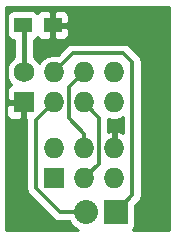
<source format=gtl>
G04 #@! TF.FileFunction,Copper,L1,Top,Signal*
%FSLAX46Y46*%
G04 Gerber Fmt 4.6, Leading zero omitted, Abs format (unit mm)*
G04 Created by KiCad (PCBNEW 4.0.1-stable) date 03/05/2016 22:29:02*
%MOMM*%
G01*
G04 APERTURE LIST*
%ADD10C,0.100000*%
%ADD11C,1.727200*%
%ADD12R,1.727200X1.727200*%
%ADD13O,1.727200X1.727200*%
%ADD14R,2.032000X2.032000*%
%ADD15O,2.032000X2.032000*%
%ADD16R,1.500000X1.250000*%
%ADD17C,0.304800*%
%ADD18C,0.406400*%
%ADD19C,0.254000*%
G04 APERTURE END LIST*
D10*
D11*
X158599200Y-93493800D03*
D12*
X158599200Y-96033800D03*
D13*
X161139200Y-93493800D03*
X161139200Y-96033800D03*
X163679200Y-93493800D03*
X163679200Y-96033800D03*
X166219200Y-93493800D03*
X166219200Y-96033800D03*
D12*
X161190000Y-102460000D03*
D13*
X161190000Y-99920000D03*
X163730000Y-102460000D03*
X163730000Y-99920000D03*
X166270000Y-102460000D03*
X166270000Y-99920000D03*
D14*
X166397000Y-105317500D03*
D15*
X163857000Y-105317500D03*
D16*
X158543000Y-89506000D03*
X161043000Y-89506000D03*
D17*
X158599200Y-96033800D02*
X157430800Y-96033800D01*
X157430800Y-96033800D02*
X157227599Y-95830599D01*
X157227599Y-95830599D02*
X157227599Y-88531999D01*
X157227599Y-88531999D02*
X157650598Y-88109000D01*
X157650598Y-88109000D02*
X160682000Y-88109000D01*
X160682000Y-88109000D02*
X161043000Y-88470000D01*
X161043000Y-88470000D02*
X161043000Y-89506000D01*
D18*
X158599200Y-93493800D02*
X158599200Y-90064800D01*
X158599200Y-90064800D02*
X158650000Y-90014000D01*
D17*
X163730000Y-102460000D02*
X164974601Y-101215399D01*
X164974601Y-101215399D02*
X164974601Y-97329201D01*
X164974601Y-97329201D02*
X164542799Y-96897399D01*
X164542799Y-96897399D02*
X163679200Y-96033800D01*
X163730000Y-99920000D02*
X163730000Y-98698686D01*
X163730000Y-98698686D02*
X162434599Y-97403285D01*
X162434599Y-97403285D02*
X162434599Y-94738401D01*
X162434599Y-94738401D02*
X162815601Y-94357399D01*
X162815601Y-94357399D02*
X163679200Y-93493800D01*
X166397000Y-105317500D02*
X167794000Y-103920500D01*
X167794000Y-103920500D02*
X167794000Y-92617500D01*
X167794000Y-92617500D02*
X167032000Y-91855500D01*
X167032000Y-91855500D02*
X162777500Y-91855500D01*
X162777500Y-91855500D02*
X162002799Y-92630201D01*
X162002799Y-92630201D02*
X161139200Y-93493800D01*
X163857000Y-105317500D02*
X161634498Y-105317500D01*
X161634498Y-105317500D02*
X159602500Y-103285502D01*
X159602500Y-103285502D02*
X159602500Y-97570500D01*
X159602500Y-97570500D02*
X160275601Y-96897399D01*
X160275601Y-96897399D02*
X161139200Y-96033800D01*
D19*
G36*
X170894000Y-106830000D02*
X167814074Y-106830000D01*
X167864441Y-106797590D01*
X168009431Y-106585390D01*
X168060440Y-106333500D01*
X168060440Y-104767612D01*
X168350776Y-104477276D01*
X168521463Y-104221825D01*
X168581400Y-103920500D01*
X168581400Y-92617500D01*
X168521463Y-92316175D01*
X168350776Y-92060724D01*
X167588776Y-91298724D01*
X167333325Y-91128037D01*
X167032000Y-91068100D01*
X162777500Y-91068100D01*
X162476175Y-91128037D01*
X162220724Y-91298724D01*
X161465235Y-92054213D01*
X161168559Y-91995200D01*
X161109841Y-91995200D01*
X160536352Y-92109274D01*
X160050171Y-92434130D01*
X159884988Y-92681344D01*
X159870392Y-92646020D01*
X159449197Y-92224090D01*
X159437400Y-92219191D01*
X159437400Y-90751269D01*
X159528317Y-90734162D01*
X159744441Y-90595090D01*
X159790969Y-90526994D01*
X159933302Y-90669327D01*
X160166691Y-90766000D01*
X160757250Y-90766000D01*
X160916000Y-90607250D01*
X160916000Y-89633000D01*
X161170000Y-89633000D01*
X161170000Y-90607250D01*
X161328750Y-90766000D01*
X161919309Y-90766000D01*
X162152698Y-90669327D01*
X162331327Y-90490699D01*
X162428000Y-90257310D01*
X162428000Y-89791750D01*
X162269250Y-89633000D01*
X161170000Y-89633000D01*
X160916000Y-89633000D01*
X160896000Y-89633000D01*
X160896000Y-89379000D01*
X160916000Y-89379000D01*
X160916000Y-88404750D01*
X161170000Y-88404750D01*
X161170000Y-89379000D01*
X162269250Y-89379000D01*
X162428000Y-89220250D01*
X162428000Y-88754690D01*
X162331327Y-88521301D01*
X162152698Y-88342673D01*
X161919309Y-88246000D01*
X161328750Y-88246000D01*
X161170000Y-88404750D01*
X160916000Y-88404750D01*
X160757250Y-88246000D01*
X160166691Y-88246000D01*
X159933302Y-88342673D01*
X159792064Y-88483910D01*
X159757090Y-88429559D01*
X159544890Y-88284569D01*
X159293000Y-88233560D01*
X157793000Y-88233560D01*
X157557683Y-88277838D01*
X157341559Y-88416910D01*
X157196569Y-88629110D01*
X157145560Y-88881000D01*
X157145560Y-90131000D01*
X157189838Y-90366317D01*
X157328910Y-90582441D01*
X157541110Y-90727431D01*
X157761000Y-90771960D01*
X157761000Y-92218650D01*
X157751420Y-92222608D01*
X157329490Y-92643803D01*
X157100861Y-93194402D01*
X157100341Y-93790582D01*
X157328008Y-94341580D01*
X157547034Y-94560988D01*
X157375902Y-94631873D01*
X157197273Y-94810501D01*
X157100600Y-95043890D01*
X157100600Y-95748050D01*
X157259350Y-95906800D01*
X158472200Y-95906800D01*
X158472200Y-95886800D01*
X158726200Y-95886800D01*
X158726200Y-95906800D01*
X158746200Y-95906800D01*
X158746200Y-96160800D01*
X158726200Y-96160800D01*
X158726200Y-97373650D01*
X158833010Y-97480460D01*
X158815100Y-97570500D01*
X158815100Y-103285502D01*
X158875037Y-103586827D01*
X159045724Y-103842278D01*
X161077722Y-105874276D01*
X161333173Y-106044963D01*
X161634498Y-106104900D01*
X162403292Y-106104900D01*
X162657222Y-106484933D01*
X163173651Y-106830000D01*
X157074000Y-106830000D01*
X157074000Y-96319550D01*
X157100600Y-96319550D01*
X157100600Y-97023710D01*
X157197273Y-97257099D01*
X157375902Y-97435727D01*
X157609291Y-97532400D01*
X158313450Y-97532400D01*
X158472200Y-97373650D01*
X158472200Y-96160800D01*
X157259350Y-96160800D01*
X157100600Y-96319550D01*
X157074000Y-96319550D01*
X157074000Y-87930000D01*
X170894000Y-87930000D01*
X170894000Y-106830000D01*
X170894000Y-106830000D01*
G37*
X170894000Y-106830000D02*
X167814074Y-106830000D01*
X167864441Y-106797590D01*
X168009431Y-106585390D01*
X168060440Y-106333500D01*
X168060440Y-104767612D01*
X168350776Y-104477276D01*
X168521463Y-104221825D01*
X168581400Y-103920500D01*
X168581400Y-92617500D01*
X168521463Y-92316175D01*
X168350776Y-92060724D01*
X167588776Y-91298724D01*
X167333325Y-91128037D01*
X167032000Y-91068100D01*
X162777500Y-91068100D01*
X162476175Y-91128037D01*
X162220724Y-91298724D01*
X161465235Y-92054213D01*
X161168559Y-91995200D01*
X161109841Y-91995200D01*
X160536352Y-92109274D01*
X160050171Y-92434130D01*
X159884988Y-92681344D01*
X159870392Y-92646020D01*
X159449197Y-92224090D01*
X159437400Y-92219191D01*
X159437400Y-90751269D01*
X159528317Y-90734162D01*
X159744441Y-90595090D01*
X159790969Y-90526994D01*
X159933302Y-90669327D01*
X160166691Y-90766000D01*
X160757250Y-90766000D01*
X160916000Y-90607250D01*
X160916000Y-89633000D01*
X161170000Y-89633000D01*
X161170000Y-90607250D01*
X161328750Y-90766000D01*
X161919309Y-90766000D01*
X162152698Y-90669327D01*
X162331327Y-90490699D01*
X162428000Y-90257310D01*
X162428000Y-89791750D01*
X162269250Y-89633000D01*
X161170000Y-89633000D01*
X160916000Y-89633000D01*
X160896000Y-89633000D01*
X160896000Y-89379000D01*
X160916000Y-89379000D01*
X160916000Y-88404750D01*
X161170000Y-88404750D01*
X161170000Y-89379000D01*
X162269250Y-89379000D01*
X162428000Y-89220250D01*
X162428000Y-88754690D01*
X162331327Y-88521301D01*
X162152698Y-88342673D01*
X161919309Y-88246000D01*
X161328750Y-88246000D01*
X161170000Y-88404750D01*
X160916000Y-88404750D01*
X160757250Y-88246000D01*
X160166691Y-88246000D01*
X159933302Y-88342673D01*
X159792064Y-88483910D01*
X159757090Y-88429559D01*
X159544890Y-88284569D01*
X159293000Y-88233560D01*
X157793000Y-88233560D01*
X157557683Y-88277838D01*
X157341559Y-88416910D01*
X157196569Y-88629110D01*
X157145560Y-88881000D01*
X157145560Y-90131000D01*
X157189838Y-90366317D01*
X157328910Y-90582441D01*
X157541110Y-90727431D01*
X157761000Y-90771960D01*
X157761000Y-92218650D01*
X157751420Y-92222608D01*
X157329490Y-92643803D01*
X157100861Y-93194402D01*
X157100341Y-93790582D01*
X157328008Y-94341580D01*
X157547034Y-94560988D01*
X157375902Y-94631873D01*
X157197273Y-94810501D01*
X157100600Y-95043890D01*
X157100600Y-95748050D01*
X157259350Y-95906800D01*
X158472200Y-95906800D01*
X158472200Y-95886800D01*
X158726200Y-95886800D01*
X158726200Y-95906800D01*
X158746200Y-95906800D01*
X158746200Y-96160800D01*
X158726200Y-96160800D01*
X158726200Y-97373650D01*
X158833010Y-97480460D01*
X158815100Y-97570500D01*
X158815100Y-103285502D01*
X158875037Y-103586827D01*
X159045724Y-103842278D01*
X161077722Y-105874276D01*
X161333173Y-106044963D01*
X161634498Y-106104900D01*
X162403292Y-106104900D01*
X162657222Y-106484933D01*
X163173651Y-106830000D01*
X157074000Y-106830000D01*
X157074000Y-96319550D01*
X157100600Y-96319550D01*
X157100600Y-97023710D01*
X157197273Y-97257099D01*
X157375902Y-97435727D01*
X157609291Y-97532400D01*
X158313450Y-97532400D01*
X158472200Y-97373650D01*
X158472200Y-96160800D01*
X157259350Y-96160800D01*
X157100600Y-96319550D01*
X157074000Y-96319550D01*
X157074000Y-87930000D01*
X170894000Y-87930000D01*
X170894000Y-106830000D01*
G36*
X167006600Y-98641992D02*
X166629027Y-98465032D01*
X166397000Y-98585531D01*
X166397000Y-99793000D01*
X166417000Y-99793000D01*
X166417000Y-100047000D01*
X166397000Y-100047000D01*
X166397000Y-100067000D01*
X166143000Y-100067000D01*
X166143000Y-100047000D01*
X166123000Y-100047000D01*
X166123000Y-99793000D01*
X166143000Y-99793000D01*
X166143000Y-98585531D01*
X165910973Y-98465032D01*
X165762001Y-98534852D01*
X165762001Y-97447297D01*
X166189841Y-97532400D01*
X166248559Y-97532400D01*
X166822048Y-97418326D01*
X167006600Y-97295012D01*
X167006600Y-98641992D01*
X167006600Y-98641992D01*
G37*
X167006600Y-98641992D02*
X166629027Y-98465032D01*
X166397000Y-98585531D01*
X166397000Y-99793000D01*
X166417000Y-99793000D01*
X166417000Y-100047000D01*
X166397000Y-100047000D01*
X166397000Y-100067000D01*
X166143000Y-100067000D01*
X166143000Y-100047000D01*
X166123000Y-100047000D01*
X166123000Y-99793000D01*
X166143000Y-99793000D01*
X166143000Y-98585531D01*
X165910973Y-98465032D01*
X165762001Y-98534852D01*
X165762001Y-97447297D01*
X166189841Y-97532400D01*
X166248559Y-97532400D01*
X166822048Y-97418326D01*
X167006600Y-97295012D01*
X167006600Y-98641992D01*
M02*

</source>
